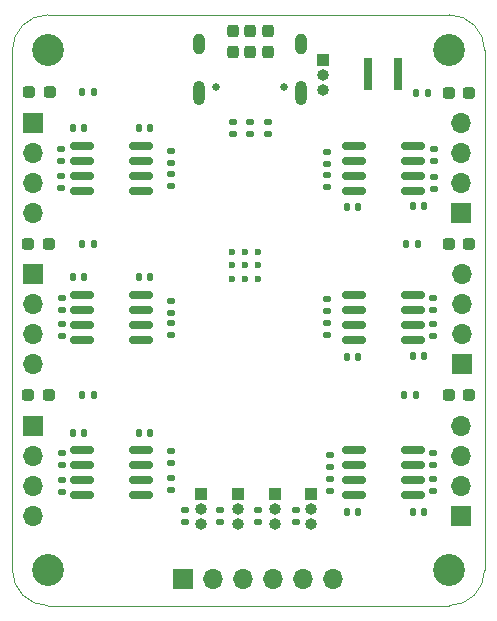
<source format=gbr>
%TF.GenerationSoftware,KiCad,Pcbnew,7.0.7*%
%TF.CreationDate,2024-09-16T17:18:32+01:00*%
%TF.ProjectId,Ponder,506f6e64-6572-42e6-9b69-6361645f7063,1.0RC*%
%TF.SameCoordinates,Original*%
%TF.FileFunction,Soldermask,Bot*%
%TF.FilePolarity,Negative*%
%FSLAX46Y46*%
G04 Gerber Fmt 4.6, Leading zero omitted, Abs format (unit mm)*
G04 Created by KiCad (PCBNEW 7.0.7) date 2024-09-16 17:18:32*
%MOMM*%
%LPD*%
G01*
G04 APERTURE LIST*
G04 Aperture macros list*
%AMRoundRect*
0 Rectangle with rounded corners*
0 $1 Rounding radius*
0 $2 $3 $4 $5 $6 $7 $8 $9 X,Y pos of 4 corners*
0 Add a 4 corners polygon primitive as box body*
4,1,4,$2,$3,$4,$5,$6,$7,$8,$9,$2,$3,0*
0 Add four circle primitives for the rounded corners*
1,1,$1+$1,$2,$3*
1,1,$1+$1,$4,$5*
1,1,$1+$1,$6,$7*
1,1,$1+$1,$8,$9*
0 Add four rect primitives between the rounded corners*
20,1,$1+$1,$2,$3,$4,$5,0*
20,1,$1+$1,$4,$5,$6,$7,0*
20,1,$1+$1,$6,$7,$8,$9,0*
20,1,$1+$1,$8,$9,$2,$3,0*%
G04 Aperture macros list end*
%ADD10C,0.650000*%
%ADD11O,1.000000X2.100000*%
%ADD12O,1.000000X1.800000*%
%ADD13C,2.700000*%
%ADD14C,0.600000*%
%ADD15R,1.700000X1.700000*%
%ADD16O,1.700000X1.700000*%
%ADD17R,1.000000X1.000000*%
%ADD18O,1.000000X1.000000*%
%ADD19RoundRect,0.135000X-0.185000X0.135000X-0.185000X-0.135000X0.185000X-0.135000X0.185000X0.135000X0*%
%ADD20RoundRect,0.237500X-0.287500X-0.237500X0.287500X-0.237500X0.287500X0.237500X-0.287500X0.237500X0*%
%ADD21RoundRect,0.140000X0.140000X0.170000X-0.140000X0.170000X-0.140000X-0.170000X0.140000X-0.170000X0*%
%ADD22RoundRect,0.135000X0.185000X-0.135000X0.185000X0.135000X-0.185000X0.135000X-0.185000X-0.135000X0*%
%ADD23RoundRect,0.150000X0.825000X0.150000X-0.825000X0.150000X-0.825000X-0.150000X0.825000X-0.150000X0*%
%ADD24RoundRect,0.135000X-0.135000X-0.185000X0.135000X-0.185000X0.135000X0.185000X-0.135000X0.185000X0*%
%ADD25RoundRect,0.237500X0.287500X0.237500X-0.287500X0.237500X-0.287500X-0.237500X0.287500X-0.237500X0*%
%ADD26RoundRect,0.140000X-0.140000X-0.170000X0.140000X-0.170000X0.140000X0.170000X-0.140000X0.170000X0*%
%ADD27RoundRect,0.150000X-0.825000X-0.150000X0.825000X-0.150000X0.825000X0.150000X-0.825000X0.150000X0*%
%ADD28RoundRect,0.135000X0.135000X0.185000X-0.135000X0.185000X-0.135000X-0.185000X0.135000X-0.185000X0*%
%ADD29RoundRect,0.237500X-0.237500X0.287500X-0.237500X-0.287500X0.237500X-0.287500X0.237500X0.287500X0*%
%ADD30R,0.780000X2.835000*%
%ADD31R,0.740000X2.835000*%
%TA.AperFunction,Profile*%
%ADD32C,0.100000*%
%TD*%
G04 APERTURE END LIST*
D10*
%TO.C,J1*%
X143590000Y-79105000D03*
X137810000Y-79105000D03*
D11*
X145020000Y-79605000D03*
D12*
X145020000Y-75425000D03*
D11*
X136380000Y-79605000D03*
D12*
X136380000Y-75425000D03*
%TD*%
D13*
%TO.C,H4*%
X123600000Y-120012500D03*
%TD*%
D14*
%TO.C,U3*%
X139166667Y-93066667D03*
X139166667Y-94200000D03*
X139166667Y-95333333D03*
X140300000Y-93066667D03*
X140300000Y-94200000D03*
X140300000Y-95333333D03*
X141433333Y-93066667D03*
X141433333Y-94200000D03*
X141433333Y-95333333D03*
%TD*%
D13*
%TO.C,H2*%
X157575000Y-75985000D03*
%TD*%
D15*
%TO.C,J8*%
X135040000Y-120800000D03*
D16*
X137580000Y-120800000D03*
X140120000Y-120800000D03*
X142660000Y-120800000D03*
X145200000Y-120800000D03*
X147740000Y-120800000D03*
%TD*%
D17*
%TO.C,J12*%
X136600000Y-113580000D03*
D18*
X136600000Y-114850000D03*
X136600000Y-116120000D03*
%TD*%
D13*
%TO.C,H1*%
X123600000Y-75985000D03*
%TD*%
%TO.C,H3*%
X157575000Y-120012500D03*
%TD*%
D17*
%TO.C,J14*%
X142800000Y-113560000D03*
D18*
X142800000Y-114830000D03*
X142800000Y-116100000D03*
%TD*%
D17*
%TO.C,J13*%
X139700000Y-113550000D03*
D18*
X139700000Y-114820000D03*
X139700000Y-116090000D03*
%TD*%
D17*
%TO.C,J15*%
X145900000Y-113560000D03*
D18*
X145900000Y-114830000D03*
X145900000Y-116100000D03*
%TD*%
D19*
%TO.C,R14*%
X124800000Y-110090000D03*
X124800000Y-111110000D03*
%TD*%
D20*
%TO.C,D1*%
X122025000Y-79500000D03*
X123775000Y-79500000D03*
%TD*%
D21*
%TO.C,C29*%
X149880000Y-101995000D03*
X148920000Y-101995000D03*
%TD*%
D22*
%TO.C,R38*%
X147200000Y-85600000D03*
X147200000Y-84580000D03*
%TD*%
D23*
%TO.C,U4*%
X131475000Y-84095000D03*
X131475000Y-85365000D03*
X131475000Y-86635000D03*
X131475000Y-87905000D03*
X126525000Y-87905000D03*
X126525000Y-86635000D03*
X126525000Y-85365000D03*
X126525000Y-84095000D03*
%TD*%
D21*
%TO.C,C30*%
X149880000Y-89295000D03*
X148920000Y-89295000D03*
%TD*%
%TO.C,C22*%
X126680000Y-82600000D03*
X125720000Y-82600000D03*
%TD*%
D22*
%TO.C,R42*%
X142250000Y-83110000D03*
X142250000Y-82090000D03*
%TD*%
D24*
%TO.C,R34*%
X153890000Y-92400000D03*
X154910000Y-92400000D03*
%TD*%
D22*
%TO.C,R11*%
X124750000Y-87650000D03*
X124750000Y-86630000D03*
%TD*%
D19*
%TO.C,R33*%
X147500000Y-112290000D03*
X147500000Y-113310000D03*
%TD*%
%TO.C,R26*%
X134000000Y-99090000D03*
X134000000Y-100110000D03*
%TD*%
D21*
%TO.C,C27*%
X126680000Y-108400000D03*
X125720000Y-108400000D03*
%TD*%
D19*
%TO.C,R21*%
X156300000Y-84385000D03*
X156300000Y-85405000D03*
%TD*%
%TO.C,R47*%
X135250000Y-114890000D03*
X135250000Y-115910000D03*
%TD*%
%TO.C,R48*%
X138150000Y-114890000D03*
X138150000Y-115910000D03*
%TD*%
D25*
%TO.C,D4*%
X159275000Y-105200000D03*
X157525000Y-105200000D03*
%TD*%
D23*
%TO.C,U5*%
X131475000Y-96690000D03*
X131475000Y-97960000D03*
X131475000Y-99230000D03*
X131475000Y-100500000D03*
X126525000Y-100500000D03*
X126525000Y-99230000D03*
X126525000Y-97960000D03*
X126525000Y-96690000D03*
%TD*%
D19*
%TO.C,R37*%
X147200000Y-99090000D03*
X147200000Y-100110000D03*
%TD*%
D26*
%TO.C,C28*%
X154520000Y-115100000D03*
X155480000Y-115100000D03*
%TD*%
D19*
%TO.C,R23*%
X134000000Y-86490000D03*
X134000000Y-87510000D03*
%TD*%
%TO.C,R19*%
X156200000Y-96990000D03*
X156200000Y-98010000D03*
%TD*%
D22*
%TO.C,R27*%
X134000000Y-98210000D03*
X134000000Y-97190000D03*
%TD*%
%TO.C,R18*%
X156200000Y-100210000D03*
X156200000Y-99190000D03*
%TD*%
D19*
%TO.C,R10*%
X124750000Y-84390000D03*
X124750000Y-85410000D03*
%TD*%
D24*
%TO.C,R35*%
X154790000Y-79600000D03*
X155810000Y-79600000D03*
%TD*%
D22*
%TO.C,R30*%
X134000000Y-110910000D03*
X134000000Y-109890000D03*
%TD*%
%TO.C,R40*%
X139250000Y-83110000D03*
X139250000Y-82090000D03*
%TD*%
D27*
%TO.C,U9*%
X149525000Y-87905000D03*
X149525000Y-86635000D03*
X149525000Y-85365000D03*
X149525000Y-84095000D03*
X154475000Y-84095000D03*
X154475000Y-85365000D03*
X154475000Y-86635000D03*
X154475000Y-87905000D03*
%TD*%
D22*
%TO.C,R32*%
X147500000Y-111310000D03*
X147500000Y-110290000D03*
%TD*%
%TO.C,R15*%
X124800000Y-113415000D03*
X124800000Y-112395000D03*
%TD*%
D19*
%TO.C,R39*%
X147200000Y-86580000D03*
X147200000Y-87600000D03*
%TD*%
D15*
%TO.C,J6*%
X158625000Y-102580000D03*
D16*
X158625000Y-100040000D03*
X158625000Y-97500000D03*
X158625000Y-94960000D03*
%TD*%
D20*
%TO.C,D3*%
X121925000Y-105200000D03*
X123675000Y-105200000D03*
%TD*%
D21*
%TO.C,C24*%
X126680000Y-95200000D03*
X125720000Y-95200000D03*
%TD*%
D26*
%TO.C,C31*%
X154520000Y-101900000D03*
X155480000Y-101900000D03*
%TD*%
D19*
%TO.C,R46*%
X141400000Y-114890000D03*
X141400000Y-115910000D03*
%TD*%
D28*
%TO.C,R25*%
X127510000Y-92400000D03*
X126490000Y-92400000D03*
%TD*%
D29*
%TO.C,D9*%
X142250000Y-74375000D03*
X142250000Y-76125000D03*
%TD*%
D27*
%TO.C,U7*%
X149525000Y-113610000D03*
X149525000Y-112340000D03*
X149525000Y-111070000D03*
X149525000Y-109800000D03*
X154475000Y-109800000D03*
X154475000Y-111070000D03*
X154475000Y-112340000D03*
X154475000Y-113610000D03*
%TD*%
D22*
%TO.C,R36*%
X147200000Y-98110000D03*
X147200000Y-97090000D03*
%TD*%
D29*
%TO.C,D7*%
X139250000Y-74375000D03*
X139250000Y-76125000D03*
%TD*%
D26*
%TO.C,C21*%
X131320000Y-82600000D03*
X132280000Y-82600000D03*
%TD*%
D19*
%TO.C,R29*%
X134000000Y-112200000D03*
X134000000Y-113220000D03*
%TD*%
D21*
%TO.C,C26*%
X149880000Y-115100000D03*
X148920000Y-115100000D03*
%TD*%
D15*
%TO.C,J2*%
X122375000Y-82175000D03*
D16*
X122375000Y-84715000D03*
X122375000Y-87255000D03*
X122375000Y-89795000D03*
%TD*%
D15*
%TO.C,J7*%
X158600000Y-89800000D03*
D16*
X158600000Y-87260000D03*
X158600000Y-84720000D03*
X158600000Y-82180000D03*
%TD*%
D27*
%TO.C,U8*%
X149525000Y-100500000D03*
X149525000Y-99230000D03*
X149525000Y-97960000D03*
X149525000Y-96690000D03*
X154475000Y-96690000D03*
X154475000Y-97960000D03*
X154475000Y-99230000D03*
X154475000Y-100500000D03*
%TD*%
D30*
%TO.C,J10*%
X153220000Y-78032500D03*
D31*
X150700000Y-78032500D03*
%TD*%
D22*
%TO.C,R16*%
X156200000Y-113310000D03*
X156200000Y-112290000D03*
%TD*%
%TO.C,R13*%
X124800000Y-100210000D03*
X124800000Y-99190000D03*
%TD*%
D29*
%TO.C,D8*%
X140750000Y-74375000D03*
X140750000Y-76125000D03*
%TD*%
D24*
%TO.C,R31*%
X153780000Y-105200000D03*
X154800000Y-105200000D03*
%TD*%
D19*
%TO.C,R17*%
X156200000Y-110090000D03*
X156200000Y-111110000D03*
%TD*%
D20*
%TO.C,D2*%
X121925000Y-92400000D03*
X123675000Y-92400000D03*
%TD*%
D19*
%TO.C,R12*%
X124800000Y-96990000D03*
X124800000Y-98010000D03*
%TD*%
D15*
%TO.C,J3*%
X122375000Y-94950000D03*
D16*
X122375000Y-97490000D03*
X122375000Y-100030000D03*
X122375000Y-102570000D03*
%TD*%
D25*
%TO.C,D6*%
X159275000Y-79600000D03*
X157525000Y-79600000D03*
%TD*%
%TO.C,D5*%
X159275000Y-92400000D03*
X157525000Y-92400000D03*
%TD*%
D21*
%TO.C,C25*%
X132280000Y-108400000D03*
X131320000Y-108400000D03*
%TD*%
D15*
%TO.C,J5*%
X158600000Y-115420000D03*
D16*
X158600000Y-112880000D03*
X158600000Y-110340000D03*
X158600000Y-107800000D03*
%TD*%
D26*
%TO.C,C32*%
X154520000Y-89200000D03*
X155480000Y-89200000D03*
%TD*%
D22*
%TO.C,R20*%
X156300000Y-87710000D03*
X156300000Y-86690000D03*
%TD*%
D17*
%TO.C,J9*%
X146900000Y-76825000D03*
D18*
X146900000Y-78095000D03*
X146900000Y-79365000D03*
%TD*%
D23*
%TO.C,U6*%
X131475000Y-109800000D03*
X131475000Y-111070000D03*
X131475000Y-112340000D03*
X131475000Y-113610000D03*
X126525000Y-113610000D03*
X126525000Y-112340000D03*
X126525000Y-111070000D03*
X126525000Y-109800000D03*
%TD*%
D28*
%TO.C,R22*%
X127510000Y-79500000D03*
X126490000Y-79500000D03*
%TD*%
D22*
%TO.C,R41*%
X140750000Y-83110000D03*
X140750000Y-82090000D03*
%TD*%
D21*
%TO.C,C23*%
X132280000Y-95200000D03*
X131320000Y-95200000D03*
%TD*%
D19*
%TO.C,R45*%
X144600000Y-114890000D03*
X144600000Y-115910000D03*
%TD*%
D28*
%TO.C,R28*%
X127510000Y-105200000D03*
X126490000Y-105200000D03*
%TD*%
D22*
%TO.C,R24*%
X134000000Y-85510000D03*
X134000000Y-84490000D03*
%TD*%
D15*
%TO.C,J4*%
X122350000Y-107805000D03*
D16*
X122350000Y-110345000D03*
X122350000Y-112885000D03*
X122350000Y-115425000D03*
%TD*%
D32*
X120600000Y-120000000D02*
X120600000Y-75985000D01*
X160575000Y-75985000D02*
G75*
G03*
X157575000Y-72985000I-3000000J0D01*
G01*
X123600000Y-72985000D02*
G75*
G03*
X120600000Y-75985000I0J-3000000D01*
G01*
X120600000Y-120000000D02*
G75*
G03*
X123612500Y-123012500I3012500J0D01*
G01*
X123600000Y-72985000D02*
X157575000Y-72985000D01*
X157587500Y-123012500D02*
G75*
G03*
X160575000Y-120025000I0J2987500D01*
G01*
X157587500Y-123012500D02*
X123612500Y-123012500D01*
X160575000Y-75985000D02*
X160575000Y-120025000D01*
M02*

</source>
